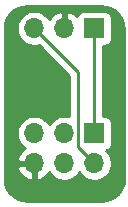
<source format=gtl>
G04 #@! TF.GenerationSoftware,KiCad,Pcbnew,(5.1.10-0-10_14)*
G04 #@! TF.CreationDate,2021-11-02T10:17:00+01:00*
G04 #@! TF.ProjectId,AVRUPDI_breakout,41565255-5044-4495-9f62-7265616b6f75,rev?*
G04 #@! TF.SameCoordinates,Original*
G04 #@! TF.FileFunction,Copper,L1,Top*
G04 #@! TF.FilePolarity,Positive*
%FSLAX46Y46*%
G04 Gerber Fmt 4.6, Leading zero omitted, Abs format (unit mm)*
G04 Created by KiCad (PCBNEW (5.1.10-0-10_14)) date 2021-11-02 10:17:00*
%MOMM*%
%LPD*%
G01*
G04 APERTURE LIST*
G04 #@! TA.AperFunction,ComponentPad*
%ADD10O,1.700000X1.700000*%
G04 #@! TD*
G04 #@! TA.AperFunction,ComponentPad*
%ADD11R,1.700000X1.700000*%
G04 #@! TD*
G04 #@! TA.AperFunction,Conductor*
%ADD12C,0.250000*%
G04 #@! TD*
G04 #@! TA.AperFunction,Conductor*
%ADD13C,0.254000*%
G04 #@! TD*
G04 #@! TA.AperFunction,Conductor*
%ADD14C,0.100000*%
G04 #@! TD*
G04 APERTURE END LIST*
D10*
X127000000Y-82550000D03*
X127000000Y-80010000D03*
X129540000Y-82550000D03*
X129540000Y-80010000D03*
X132080000Y-82550000D03*
D11*
X132080000Y-80010000D03*
D10*
X127000000Y-71120000D03*
X129540000Y-71120000D03*
D11*
X132080000Y-71120000D03*
D12*
X130715001Y-74835001D02*
X130715001Y-81185001D01*
X130715001Y-81185001D02*
X132080000Y-82550000D01*
X127000000Y-71120000D02*
X130715001Y-74835001D01*
X132080000Y-71120000D02*
X132080000Y-80010000D01*
D13*
X133079545Y-69278909D02*
X133430208Y-69384780D01*
X133753625Y-69556744D01*
X134037484Y-69788254D01*
X134270965Y-70070486D01*
X134445183Y-70392695D01*
X134553502Y-70742614D01*
X134595001Y-71137452D01*
X134595000Y-83787721D01*
X134556091Y-84184545D01*
X134450220Y-84535206D01*
X134278257Y-84858623D01*
X134046748Y-85142482D01*
X133764514Y-85375965D01*
X133442304Y-85550184D01*
X133092385Y-85658502D01*
X132697557Y-85700000D01*
X126397279Y-85700000D01*
X126000455Y-85661091D01*
X125649794Y-85555220D01*
X125326377Y-85383257D01*
X125042518Y-85151748D01*
X124809035Y-84869514D01*
X124634816Y-84547304D01*
X124526498Y-84197385D01*
X124485000Y-83802557D01*
X124485000Y-82906891D01*
X125558519Y-82906891D01*
X125655843Y-83181252D01*
X125804822Y-83431355D01*
X125999731Y-83647588D01*
X126233080Y-83821641D01*
X126495901Y-83946825D01*
X126643110Y-83991476D01*
X126873000Y-83870155D01*
X126873000Y-82677000D01*
X125679186Y-82677000D01*
X125558519Y-82906891D01*
X124485000Y-82906891D01*
X124485000Y-71152279D01*
X124502505Y-70973740D01*
X125515000Y-70973740D01*
X125515000Y-71266260D01*
X125572068Y-71553158D01*
X125684010Y-71823411D01*
X125846525Y-72066632D01*
X126053368Y-72273475D01*
X126296589Y-72435990D01*
X126566842Y-72547932D01*
X126853740Y-72605000D01*
X127146260Y-72605000D01*
X127366408Y-72561209D01*
X129955001Y-75149803D01*
X129955002Y-78578456D01*
X129686260Y-78525000D01*
X129393740Y-78525000D01*
X129106842Y-78582068D01*
X128836589Y-78694010D01*
X128593368Y-78856525D01*
X128386525Y-79063368D01*
X128270000Y-79237760D01*
X128153475Y-79063368D01*
X127946632Y-78856525D01*
X127703411Y-78694010D01*
X127433158Y-78582068D01*
X127146260Y-78525000D01*
X126853740Y-78525000D01*
X126566842Y-78582068D01*
X126296589Y-78694010D01*
X126053368Y-78856525D01*
X125846525Y-79063368D01*
X125684010Y-79306589D01*
X125572068Y-79576842D01*
X125515000Y-79863740D01*
X125515000Y-80156260D01*
X125572068Y-80443158D01*
X125684010Y-80713411D01*
X125846525Y-80956632D01*
X126053368Y-81163475D01*
X126229406Y-81281100D01*
X125999731Y-81452412D01*
X125804822Y-81668645D01*
X125655843Y-81918748D01*
X125558519Y-82193109D01*
X125679186Y-82423000D01*
X126873000Y-82423000D01*
X126873000Y-82403000D01*
X127127000Y-82403000D01*
X127127000Y-82423000D01*
X127147000Y-82423000D01*
X127147000Y-82677000D01*
X127127000Y-82677000D01*
X127127000Y-83870155D01*
X127356890Y-83991476D01*
X127504099Y-83946825D01*
X127766920Y-83821641D01*
X128000269Y-83647588D01*
X128195178Y-83431355D01*
X128264805Y-83314466D01*
X128386525Y-83496632D01*
X128593368Y-83703475D01*
X128836589Y-83865990D01*
X129106842Y-83977932D01*
X129393740Y-84035000D01*
X129686260Y-84035000D01*
X129973158Y-83977932D01*
X130243411Y-83865990D01*
X130486632Y-83703475D01*
X130693475Y-83496632D01*
X130810000Y-83322240D01*
X130926525Y-83496632D01*
X131133368Y-83703475D01*
X131376589Y-83865990D01*
X131646842Y-83977932D01*
X131933740Y-84035000D01*
X132226260Y-84035000D01*
X132513158Y-83977932D01*
X132783411Y-83865990D01*
X133026632Y-83703475D01*
X133233475Y-83496632D01*
X133395990Y-83253411D01*
X133507932Y-82983158D01*
X133565000Y-82696260D01*
X133565000Y-82403740D01*
X133507932Y-82116842D01*
X133395990Y-81846589D01*
X133233475Y-81603368D01*
X133101620Y-81471513D01*
X133174180Y-81449502D01*
X133284494Y-81390537D01*
X133381185Y-81311185D01*
X133460537Y-81214494D01*
X133519502Y-81104180D01*
X133555812Y-80984482D01*
X133568072Y-80860000D01*
X133568072Y-79160000D01*
X133555812Y-79035518D01*
X133519502Y-78915820D01*
X133460537Y-78805506D01*
X133381185Y-78708815D01*
X133284494Y-78629463D01*
X133174180Y-78570498D01*
X133054482Y-78534188D01*
X132930000Y-78521928D01*
X132840000Y-78521928D01*
X132840000Y-72608072D01*
X132930000Y-72608072D01*
X133054482Y-72595812D01*
X133174180Y-72559502D01*
X133284494Y-72500537D01*
X133381185Y-72421185D01*
X133460537Y-72324494D01*
X133519502Y-72214180D01*
X133555812Y-72094482D01*
X133568072Y-71970000D01*
X133568072Y-70270000D01*
X133555812Y-70145518D01*
X133519502Y-70025820D01*
X133460537Y-69915506D01*
X133381185Y-69818815D01*
X133284494Y-69739463D01*
X133174180Y-69680498D01*
X133054482Y-69644188D01*
X132930000Y-69631928D01*
X131230000Y-69631928D01*
X131105518Y-69644188D01*
X130985820Y-69680498D01*
X130875506Y-69739463D01*
X130778815Y-69818815D01*
X130699463Y-69915506D01*
X130640498Y-70025820D01*
X130616034Y-70106466D01*
X130540269Y-70022412D01*
X130306920Y-69848359D01*
X130044099Y-69723175D01*
X129896890Y-69678524D01*
X129667000Y-69799845D01*
X129667000Y-70993000D01*
X129687000Y-70993000D01*
X129687000Y-71247000D01*
X129667000Y-71247000D01*
X129667000Y-71267000D01*
X129413000Y-71267000D01*
X129413000Y-71247000D01*
X129393000Y-71247000D01*
X129393000Y-70993000D01*
X129413000Y-70993000D01*
X129413000Y-69799845D01*
X129183110Y-69678524D01*
X129035901Y-69723175D01*
X128773080Y-69848359D01*
X128539731Y-70022412D01*
X128344822Y-70238645D01*
X128275195Y-70355534D01*
X128153475Y-70173368D01*
X127946632Y-69966525D01*
X127703411Y-69804010D01*
X127433158Y-69692068D01*
X127146260Y-69635000D01*
X126853740Y-69635000D01*
X126566842Y-69692068D01*
X126296589Y-69804010D01*
X126053368Y-69966525D01*
X125846525Y-70173368D01*
X125684010Y-70416589D01*
X125572068Y-70686842D01*
X125515000Y-70973740D01*
X124502505Y-70973740D01*
X124523909Y-70755455D01*
X124629780Y-70404792D01*
X124801744Y-70081375D01*
X125033254Y-69797516D01*
X125315486Y-69564035D01*
X125637695Y-69389817D01*
X125987614Y-69281498D01*
X126382443Y-69240000D01*
X132682721Y-69240000D01*
X133079545Y-69278909D01*
G04 #@! TA.AperFunction,Conductor*
D14*
G36*
X133079545Y-69278909D02*
G01*
X133430208Y-69384780D01*
X133753625Y-69556744D01*
X134037484Y-69788254D01*
X134270965Y-70070486D01*
X134445183Y-70392695D01*
X134553502Y-70742614D01*
X134595001Y-71137452D01*
X134595000Y-83787721D01*
X134556091Y-84184545D01*
X134450220Y-84535206D01*
X134278257Y-84858623D01*
X134046748Y-85142482D01*
X133764514Y-85375965D01*
X133442304Y-85550184D01*
X133092385Y-85658502D01*
X132697557Y-85700000D01*
X126397279Y-85700000D01*
X126000455Y-85661091D01*
X125649794Y-85555220D01*
X125326377Y-85383257D01*
X125042518Y-85151748D01*
X124809035Y-84869514D01*
X124634816Y-84547304D01*
X124526498Y-84197385D01*
X124485000Y-83802557D01*
X124485000Y-82906891D01*
X125558519Y-82906891D01*
X125655843Y-83181252D01*
X125804822Y-83431355D01*
X125999731Y-83647588D01*
X126233080Y-83821641D01*
X126495901Y-83946825D01*
X126643110Y-83991476D01*
X126873000Y-83870155D01*
X126873000Y-82677000D01*
X125679186Y-82677000D01*
X125558519Y-82906891D01*
X124485000Y-82906891D01*
X124485000Y-71152279D01*
X124502505Y-70973740D01*
X125515000Y-70973740D01*
X125515000Y-71266260D01*
X125572068Y-71553158D01*
X125684010Y-71823411D01*
X125846525Y-72066632D01*
X126053368Y-72273475D01*
X126296589Y-72435990D01*
X126566842Y-72547932D01*
X126853740Y-72605000D01*
X127146260Y-72605000D01*
X127366408Y-72561209D01*
X129955001Y-75149803D01*
X129955002Y-78578456D01*
X129686260Y-78525000D01*
X129393740Y-78525000D01*
X129106842Y-78582068D01*
X128836589Y-78694010D01*
X128593368Y-78856525D01*
X128386525Y-79063368D01*
X128270000Y-79237760D01*
X128153475Y-79063368D01*
X127946632Y-78856525D01*
X127703411Y-78694010D01*
X127433158Y-78582068D01*
X127146260Y-78525000D01*
X126853740Y-78525000D01*
X126566842Y-78582068D01*
X126296589Y-78694010D01*
X126053368Y-78856525D01*
X125846525Y-79063368D01*
X125684010Y-79306589D01*
X125572068Y-79576842D01*
X125515000Y-79863740D01*
X125515000Y-80156260D01*
X125572068Y-80443158D01*
X125684010Y-80713411D01*
X125846525Y-80956632D01*
X126053368Y-81163475D01*
X126229406Y-81281100D01*
X125999731Y-81452412D01*
X125804822Y-81668645D01*
X125655843Y-81918748D01*
X125558519Y-82193109D01*
X125679186Y-82423000D01*
X126873000Y-82423000D01*
X126873000Y-82403000D01*
X127127000Y-82403000D01*
X127127000Y-82423000D01*
X127147000Y-82423000D01*
X127147000Y-82677000D01*
X127127000Y-82677000D01*
X127127000Y-83870155D01*
X127356890Y-83991476D01*
X127504099Y-83946825D01*
X127766920Y-83821641D01*
X128000269Y-83647588D01*
X128195178Y-83431355D01*
X128264805Y-83314466D01*
X128386525Y-83496632D01*
X128593368Y-83703475D01*
X128836589Y-83865990D01*
X129106842Y-83977932D01*
X129393740Y-84035000D01*
X129686260Y-84035000D01*
X129973158Y-83977932D01*
X130243411Y-83865990D01*
X130486632Y-83703475D01*
X130693475Y-83496632D01*
X130810000Y-83322240D01*
X130926525Y-83496632D01*
X131133368Y-83703475D01*
X131376589Y-83865990D01*
X131646842Y-83977932D01*
X131933740Y-84035000D01*
X132226260Y-84035000D01*
X132513158Y-83977932D01*
X132783411Y-83865990D01*
X133026632Y-83703475D01*
X133233475Y-83496632D01*
X133395990Y-83253411D01*
X133507932Y-82983158D01*
X133565000Y-82696260D01*
X133565000Y-82403740D01*
X133507932Y-82116842D01*
X133395990Y-81846589D01*
X133233475Y-81603368D01*
X133101620Y-81471513D01*
X133174180Y-81449502D01*
X133284494Y-81390537D01*
X133381185Y-81311185D01*
X133460537Y-81214494D01*
X133519502Y-81104180D01*
X133555812Y-80984482D01*
X133568072Y-80860000D01*
X133568072Y-79160000D01*
X133555812Y-79035518D01*
X133519502Y-78915820D01*
X133460537Y-78805506D01*
X133381185Y-78708815D01*
X133284494Y-78629463D01*
X133174180Y-78570498D01*
X133054482Y-78534188D01*
X132930000Y-78521928D01*
X132840000Y-78521928D01*
X132840000Y-72608072D01*
X132930000Y-72608072D01*
X133054482Y-72595812D01*
X133174180Y-72559502D01*
X133284494Y-72500537D01*
X133381185Y-72421185D01*
X133460537Y-72324494D01*
X133519502Y-72214180D01*
X133555812Y-72094482D01*
X133568072Y-71970000D01*
X133568072Y-70270000D01*
X133555812Y-70145518D01*
X133519502Y-70025820D01*
X133460537Y-69915506D01*
X133381185Y-69818815D01*
X133284494Y-69739463D01*
X133174180Y-69680498D01*
X133054482Y-69644188D01*
X132930000Y-69631928D01*
X131230000Y-69631928D01*
X131105518Y-69644188D01*
X130985820Y-69680498D01*
X130875506Y-69739463D01*
X130778815Y-69818815D01*
X130699463Y-69915506D01*
X130640498Y-70025820D01*
X130616034Y-70106466D01*
X130540269Y-70022412D01*
X130306920Y-69848359D01*
X130044099Y-69723175D01*
X129896890Y-69678524D01*
X129667000Y-69799845D01*
X129667000Y-70993000D01*
X129687000Y-70993000D01*
X129687000Y-71247000D01*
X129667000Y-71247000D01*
X129667000Y-71267000D01*
X129413000Y-71267000D01*
X129413000Y-71247000D01*
X129393000Y-71247000D01*
X129393000Y-70993000D01*
X129413000Y-70993000D01*
X129413000Y-69799845D01*
X129183110Y-69678524D01*
X129035901Y-69723175D01*
X128773080Y-69848359D01*
X128539731Y-70022412D01*
X128344822Y-70238645D01*
X128275195Y-70355534D01*
X128153475Y-70173368D01*
X127946632Y-69966525D01*
X127703411Y-69804010D01*
X127433158Y-69692068D01*
X127146260Y-69635000D01*
X126853740Y-69635000D01*
X126566842Y-69692068D01*
X126296589Y-69804010D01*
X126053368Y-69966525D01*
X125846525Y-70173368D01*
X125684010Y-70416589D01*
X125572068Y-70686842D01*
X125515000Y-70973740D01*
X124502505Y-70973740D01*
X124523909Y-70755455D01*
X124629780Y-70404792D01*
X124801744Y-70081375D01*
X125033254Y-69797516D01*
X125315486Y-69564035D01*
X125637695Y-69389817D01*
X125987614Y-69281498D01*
X126382443Y-69240000D01*
X132682721Y-69240000D01*
X133079545Y-69278909D01*
G37*
G04 #@! TD.AperFunction*
M02*

</source>
